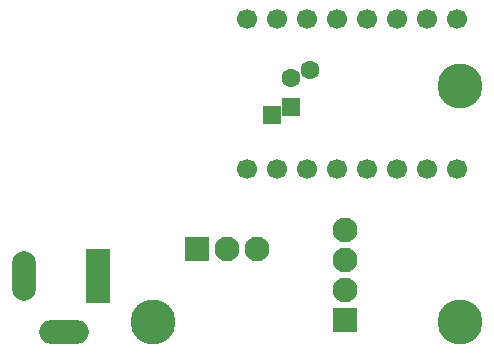
<source format=gbr>
%TF.GenerationSoftware,KiCad,Pcbnew,8.0.6*%
%TF.CreationDate,2024-11-06T21:14:03+01:00*%
%TF.ProjectId,ChocoEF,43686f63-6f45-4462-9e6b-696361645f70,rev?*%
%TF.SameCoordinates,Original*%
%TF.FileFunction,Soldermask,Bot*%
%TF.FilePolarity,Negative*%
%FSLAX46Y46*%
G04 Gerber Fmt 4.6, Leading zero omitted, Abs format (unit mm)*
G04 Created by KiCad (PCBNEW 8.0.6) date 2024-11-06 21:14:03*
%MOMM*%
%LPD*%
G01*
G04 APERTURE LIST*
%ADD10C,3.800000*%
%ADD11O,4.200000X2.000000*%
%ADD12O,2.000000X4.200000*%
%ADD13R,2.000000X4.600000*%
%ADD14R,2.100000X2.100000*%
%ADD15C,2.100000*%
%ADD16R,1.600000X1.600000*%
%ADD17C,1.600000*%
%ADD18C,1.700000*%
G04 APERTURE END LIST*
D10*
%TO.C,REF\u002A\u002A*%
X89000000Y-90000000D03*
%TD*%
%TO.C,REF\u002A\u002A*%
X115000000Y-90000000D03*
%TD*%
%TO.C,REF\u002A\u002A*%
X115000000Y-70000000D03*
%TD*%
D11*
%TO.C,J1*%
X81428000Y-90865600D03*
D12*
X78028000Y-86065600D03*
D13*
X84328000Y-86065600D03*
%TD*%
D14*
%TO.C,J2*%
X105257600Y-89819400D03*
D15*
X105257600Y-87279400D03*
X105257600Y-84739400D03*
X105257600Y-82199400D03*
%TD*%
D14*
%TO.C,J3*%
X92684600Y-83845400D03*
D15*
X95224600Y-83845400D03*
X97764600Y-83845400D03*
%TD*%
D16*
%TO.C,C1*%
X99100000Y-72470937D03*
X100700000Y-71800000D03*
D17*
X100700000Y-69300000D03*
X102300000Y-68629063D03*
%TD*%
D18*
%TO.C,U2*%
X96910000Y-64300000D03*
X99450000Y-64300000D03*
X101990000Y-64300000D03*
X104530000Y-64300000D03*
X107070000Y-64300000D03*
X109610000Y-64300000D03*
X112150000Y-64300000D03*
X114690000Y-64300000D03*
X96910000Y-77000000D03*
X99450000Y-77000000D03*
X101990000Y-77000000D03*
X104530000Y-77000000D03*
X107070000Y-77000000D03*
X109610000Y-77000000D03*
X112150000Y-77000000D03*
X114690000Y-77000000D03*
%TD*%
M02*

</source>
